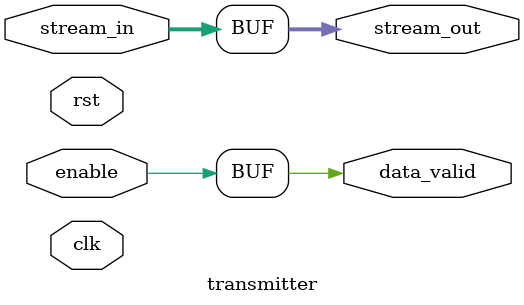
<source format=sv>
`timescale 1ns / 1ps

module transmitter(
    input rst,
    input clk,
    input enable,
    input [7:0] stream_in,
    output [7:0] stream_out,
    output data_valid
    );
    
    assign stream_out = stream_in;
    assign data_valid = enable;
    
endmodule
</source>
